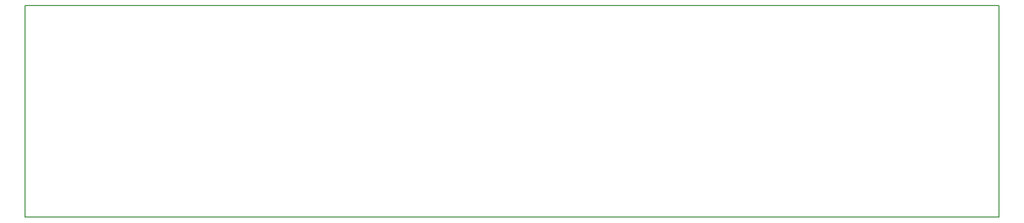
<source format=gko>
G04 MADE WITH FRITZING*
G04 WWW.FRITZING.ORG*
G04 DOUBLE SIDED*
G04 HOLES PLATED*
G04 CONTOUR ON CENTER OF CONTOUR VECTOR*
%ASAXBY*%
%FSLAX23Y23*%
%MOIN*%
%OFA0B0*%
%SFA1.0B1.0*%
%ADD10R,6.496070X1.417320*%
%ADD11C,0.008000*%
%ADD10C,0.008*%
%LNCONTOUR*%
G90*
G70*
G54D10*
G54D11*
X4Y1413D02*
X6492Y1413D01*
X6492Y4D01*
X4Y4D01*
X4Y1413D01*
D02*
G04 End of contour*
M02*
</source>
